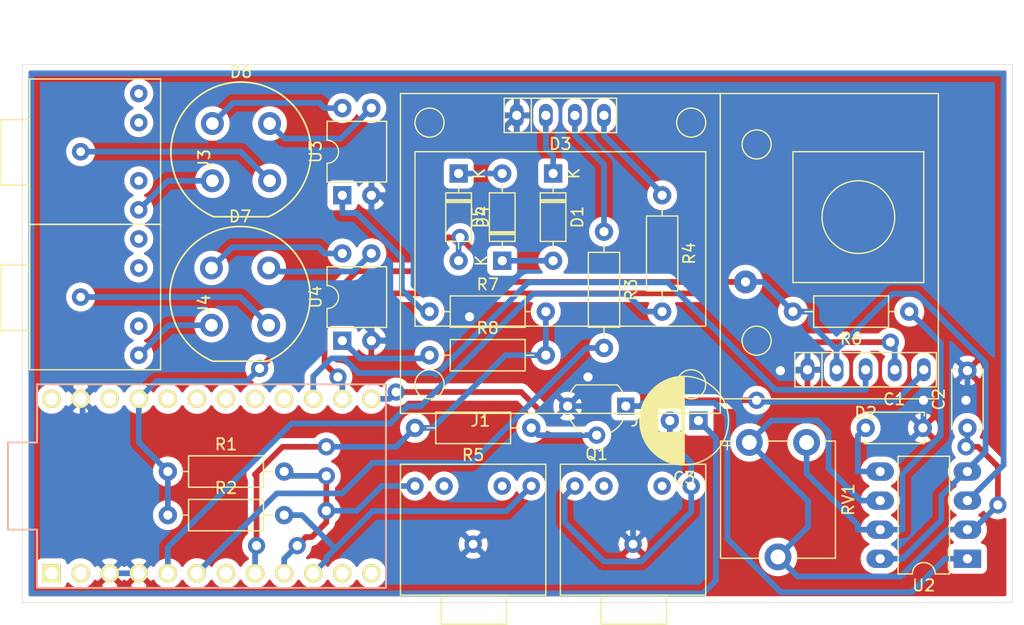
<source format=kicad_pcb>
(kicad_pcb (version 20171130) (host pcbnew 5.1.1-8be2ce7~80~ubuntu18.04.1)
  (layers (0 F.Cu signal) (31 B.Cu signal) (34 B.Paste user) (35 F.Paste user) (36 B.SilkS user) (37 F.SilkS user) (38 B.Mask user) (39 F.Mask user) (44 Edge.Cuts user))
  (net 0 "")
  (net 1 "Net-(D1-Pad1)")
  (net 2 "Net-(D1-Pad2)")
  (net 3 "Net-(D2-Pad3)")
  (net 4 "Net-(D2-Pad4)")
  (net 5 "Net-(D2-Pad5)")
  (net 6 "Net-(D3-Pad3)")
  (net 7 "Net-(D3-Pad4)")
  (net 8 "Net-(J1-PadT)")
  (net 9 "Net-(J1-PadS)")
  (net 10 GND)
  (net 11 "Net-(C1-Pad1)")
  (net 12 "Net-(C2-Pad1)")
  (net 13 +5V)
  (net 14 "Net-(D4-Pad1)")
  (net 15 "Net-(Q1-Pad2)")
  (net 16 "Net-(Q1-Pad1)")
  (net 17 "Net-(R3-Pad2)")
  (net 18 "Net-(R4-Pad2)")
  (net 19 "Net-(R5-Pad2)")
  (net 20 "Net-(R6-Pad1)")
  (net 21 "Net-(D6-Pad3)")
  (net 22 "Net-(D6-Pad4)")
  (net 23 "Net-(D6-Pad2)")
  (net 24 "Net-(D6-Pad1)")
  (net 25 "Net-(D7-Pad3)")
  (net 26 "Net-(D7-Pad4)")
  (net 27 "Net-(D7-Pad2)")
  (net 28 "Net-(D7-Pad1)")
  (net 29 "Net-(R7-Pad1)")
  (net 30 "Net-(R8-Pad1)")
  (net 31 "Net-(C3-Pad1)")
  (net 32 "Net-(C3-Pad2)")
  (module Package_DIP:DIP-8_W7.62mm_LongPads (layer F.Cu) (at 83.185 -4.445 180)
    (fp_text reference U2 (at 3.81 -2.33 180) (layer F.SilkS))
    (fp_text value NE555)
    (pad 1 thru_hole rect (at 0 0 180) (size 2.4 1.6) (drill 0.8) (layers *.Cu *.Mask) (net 16 "Net-(Q1-Pad1)"))
    (pad 5 thru_hole oval (at 7.62 7.62 180) (size 2.4 1.6) (drill 0.8) (layers *.Cu *.Mask) (net 11 "Net-(C1-Pad1)"))
    (pad 2 thru_hole oval (at 0 2.54 180) (size 2.4 1.6) (drill 0.8) (layers *.Cu *.Mask) (net 12 "Net-(C2-Pad1)"))
    (pad 6 thru_hole oval (at 7.62 5.08 180) (size 2.4 1.6) (drill 0.8) (layers *.Cu *.Mask) (net 12 "Net-(C2-Pad1)"))
    (pad 3 thru_hole oval (at 0 5.08 180) (size 2.4 1.6) (drill 0.8) (layers *.Cu *.Mask) (net 31 "Net-(C3-Pad1)"))
    (pad 7 thru_hole oval (at 7.62 2.54 180) (size 2.4 1.6) (drill 0.8) (layers *.Cu *.Mask) (net 20 "Net-(R6-Pad1)"))
    (pad 4 thru_hole oval (at 0 7.62 180) (size 2.4 1.6) (drill 0.8) (layers *.Cu *.Mask) (net 13 +5V))
    (pad 8 thru_hole oval (at 7.62 0 180) (size 2.4 1.6) (drill 0.8) (layers *.Cu *.Mask) (net 13 +5V))
  )
  (module Rotary_Encoder:encoder-KY-040 (layer F.Cu) (at 74.295 -34.925)
    (fp_text reference D2 (at 0 17.74) (layer F.SilkS))
    (fp_text value encoder_KY-040)
    (pad 1 thru_hole oval (at -5.08 13.97) (size 1.2 2) (drill 0.8) (layers *.Cu *.Mask) (net 10 GND))
    (pad 2 thru_hole oval (at -2.54 13.97) (size 1.2 2) (drill 0.8) (layers *.Cu *.Mask) (net 13 +5V))
    (pad 3 thru_hole oval (at 0 13.97) (size 1.2 2) (drill 0.8) (layers *.Cu *.Mask) (net 3 "Net-(D2-Pad3)"))
    (pad 4 thru_hole oval (at 2.54 13.97) (size 1.2 2) (drill 0.8) (layers *.Cu *.Mask) (net 4 "Net-(D2-Pad4)"))
    (pad 5 thru_hole oval (at 5.08 13.97) (size 1.2 2) (drill 0.8) (layers *.Cu *.Mask) (net 5 "Net-(D2-Pad5)"))
  )
  (module promicro:ProMicro (layer F.Cu) (at 17.145 -10.795)
    (fp_text reference U1 hide)
    (fp_text value ProMicro)
    (pad 1 thru_hole rect (at -13.97 7.62) (size 1.6 1.6) (drill 1.1) (layers *.Cu *.Mask F.SilkS))
    (pad 2 thru_hole circle (at -11.43 7.62) (size 1.6 1.6) (drill 1.1) (layers *.Cu *.Mask F.SilkS))
    (pad 3 thru_hole circle (at -8.89 7.62) (size 1.6 1.6) (drill 1.1) (layers *.Cu *.Mask F.SilkS) (net 10 GND))
    (pad 4 thru_hole circle (at -6.35 7.62) (size 1.6 1.6) (drill 1.1) (layers *.Cu *.Mask F.SilkS) (net 10 GND))
    (pad 5 thru_hole circle (at -3.81 7.62) (size 1.6 1.6) (drill 1.1) (layers *.Cu *.Mask F.SilkS) (net 18 "Net-(R4-Pad2)"))
    (pad 6 thru_hole circle (at -1.27 7.62) (size 1.6 1.6) (drill 1.1) (layers *.Cu *.Mask F.SilkS) (net 17 "Net-(R3-Pad2)"))
    (pad 7 thru_hole circle (at 1.27 7.62) (size 1.6 1.6) (drill 1.1) (layers *.Cu *.Mask F.SilkS))
    (pad 8 thru_hole circle (at 3.81 7.62) (size 1.6 1.6) (drill 1.1) (layers *.Cu *.Mask F.SilkS) (net 19 "Net-(R5-Pad2)"))
    (pad 9 thru_hole circle (at 6.35 7.62) (size 1.6 1.6) (drill 1.1) (layers *.Cu *.Mask F.SilkS) (net 9 "Net-(J1-PadS)"))
    (pad 10 thru_hole circle (at 8.89 7.62) (size 1.6 1.6) (drill 1.1) (layers *.Cu *.Mask F.SilkS) (net 8 "Net-(J1-PadT)"))
    (pad 11 thru_hole circle (at 11.43 7.62) (size 1.6 1.6) (drill 1.1) (layers *.Cu *.Mask F.SilkS))
    (pad 12 thru_hole circle (at 13.97 7.62) (size 1.6 1.6) (drill 1.1) (layers *.Cu *.Mask F.SilkS))
    (pad 13 thru_hole circle (at 13.97 -7.62) (size 1.6 1.6) (drill 1.1) (layers *.Cu *.Mask F.SilkS) (net 5 "Net-(D2-Pad5)"))
    (pad 14 thru_hole circle (at 11.43 -7.62) (size 1.6 1.6) (drill 1.1) (layers *.Cu *.Mask F.SilkS) (net 4 "Net-(D2-Pad4)"))
    (pad 15 thru_hole circle (at 8.89 -7.62) (size 1.6 1.6) (drill 1.1) (layers *.Cu *.Mask F.SilkS) (net 3 "Net-(D2-Pad3)"))
    (pad 16 thru_hole circle (at 6.35 -7.62) (size 1.6 1.6) (drill 1.1) (layers *.Cu *.Mask F.SilkS))
    (pad 17 thru_hole circle (at 3.81 -7.62) (size 1.6 1.6) (drill 1.1) (layers *.Cu *.Mask F.SilkS))
    (pad 18 thru_hole circle (at 1.27 -7.62) (size 1.6 1.6) (drill 1.1) (layers *.Cu *.Mask F.SilkS))
    (pad 19 thru_hole circle (at -1.27 -7.62) (size 1.6 1.6) (drill 1.1) (layers *.Cu *.Mask F.SilkS))
    (pad 20 thru_hole circle (at -3.81 -7.62) (size 1.6 1.6) (drill 1.1) (layers *.Cu *.Mask F.SilkS))
    (pad 21 thru_hole circle (at -6.35 -7.62) (size 1.6 1.6) (drill 1.1) (layers *.Cu *.Mask F.SilkS) (net 13 +5V))
    (pad 22 thru_hole circle (at -8.89 -7.62) (size 1.6 1.6) (drill 1.1) (layers *.Cu *.Mask F.SilkS))
    (pad 23 thru_hole circle (at -11.43 -7.62) (size 1.6 1.6) (drill 1.1) (layers *.Cu *.Mask F.SilkS) (net 10 GND))
    (pad 24 thru_hole circle (at -13.97 -7.62) (size 1.6 1.6) (drill 1.1) (layers *.Cu *.Mask F.SilkS))
  )
  (module Package_DIP:DIP-4_W7.62mm (layer F.Cu) (at 28.575 -23.495 90)
    (fp_text reference U4 (at 3.81 -2.33 90) (layer F.SilkS))
    (fp_text value PC817)
    (pad 4 thru_hole oval (at 7.62 0 90) (size 1.6 1.6) (drill 0.8) (layers *.Cu *.Mask) (net 28 "Net-(D7-Pad1)"))
    (pad 2 thru_hole oval (at 0 2.54 90) (size 1.6 1.6) (drill 0.8) (layers *.Cu *.Mask) (net 10 GND))
    (pad 3 thru_hole oval (at 7.62 2.54 90) (size 1.6 1.6) (drill 0.8) (layers *.Cu *.Mask) (net 27 "Net-(D7-Pad2)"))
    (pad 1 thru_hole rect (at 0 0 90) (size 1.6 1.6) (drill 0.8) (layers *.Cu *.Mask) (net 30 "Net-(R8-Pad1)"))
  )
  (module Package_DIP:DIP-4_W7.62mm (layer F.Cu) (at 28.575 -36.195 90)
    (fp_text reference U3 (at 3.81 -2.33 90) (layer F.SilkS))
    (fp_text value PC817)
    (pad 4 thru_hole oval (at 7.62 0 90) (size 1.6 1.6) (drill 0.8) (layers *.Cu *.Mask) (net 24 "Net-(D6-Pad1)"))
    (pad 2 thru_hole oval (at 0 2.54 90) (size 1.6 1.6) (drill 0.8) (layers *.Cu *.Mask) (net 10 GND))
    (pad 3 thru_hole oval (at 7.62 2.54 90) (size 1.6 1.6) (drill 0.8) (layers *.Cu *.Mask) (net 23 "Net-(D6-Pad2)"))
    (pad 1 thru_hole rect (at 0 0 90) (size 1.6 1.6) (drill 0.8) (layers *.Cu *.Mask) (net 29 "Net-(R7-Pad1)"))
  )
  (module Resistor_THT:R_Axial_DIN0207_L6.3mm_D2.5mm_P10.16mm_Horizontal (layer F.Cu) (at 36.195 -22.225)
    (fp_text reference R8 (at 5.08 -2.37) (layer F.SilkS))
    (fp_text value 510)
    (pad 2 thru_hole oval (at 10.16 0) (size 1.6 1.6) (drill 0.8) (layers *.Cu *.Mask) (net 19 "Net-(R5-Pad2)"))
    (pad 1 thru_hole circle (at 0 0) (size 1.6 1.6) (drill 0.8) (layers *.Cu *.Mask) (net 30 "Net-(R8-Pad1)"))
  )
  (module Resistor_THT:R_Axial_DIN0207_L6.3mm_D2.5mm_P10.16mm_Horizontal (layer F.Cu) (at 36.195 -26.035)
    (fp_text reference R7 (at 5.08 -2.37) (layer F.SilkS))
    (fp_text value 510)
    (pad 2 thru_hole oval (at 10.16 0) (size 1.6 1.6) (drill 0.8) (layers *.Cu *.Mask) (net 19 "Net-(R5-Pad2)"))
    (pad 1 thru_hole circle (at 0 0) (size 1.6 1.6) (drill 0.8) (layers *.Cu *.Mask) (net 29 "Net-(R7-Pad1)"))
  )
  (module Connector_Audio:audio-3.5mm-5pin (layer F.Cu) (at 6.985 -27.305 90)
    (fp_text reference J4 (at -0.635 9.525 90) (layer F.SilkS))
    (fp_text value AudioJack2_Ground_Switch)
    (pad G thru_hole circle (at 0 -1.27 90) (size 1.524 1.524) (drill 0.762) (layers *.Cu *.Mask) (net 26 "Net-(D7-Pad4)"))
    (pad S thru_hole circle (at 5.08 3.81 90) (size 1.524 1.524) (drill 0.762) (layers *.Cu *.Mask))
    (pad SN thru_hole circle (at 2.54 3.81 90) (size 1.524 1.524) (drill 0.762) (layers *.Cu *.Mask))
    (pad TN thru_hole circle (at -2.54 3.81 90) (size 1.524 1.524) (drill 0.762) (layers *.Cu *.Mask))
    (pad T thru_hole circle (at -5.08 3.81 90) (size 1.524 1.524) (drill 0.762) (layers *.Cu *.Mask) (net 25 "Net-(D7-Pad3)"))
  )
  (module Connector_Audio:audio-3.5mm-5pin (layer F.Cu) (at 6.985 -40.005 90)
    (fp_text reference J3 (at -0.635 9.525 90) (layer F.SilkS))
    (fp_text value AudioJack2_Ground_Switch)
    (pad G thru_hole circle (at 0 -1.27 90) (size 1.524 1.524) (drill 0.762) (layers *.Cu *.Mask) (net 22 "Net-(D6-Pad4)"))
    (pad S thru_hole circle (at 5.08 3.81 90) (size 1.524 1.524) (drill 0.762) (layers *.Cu *.Mask))
    (pad SN thru_hole circle (at 2.54 3.81 90) (size 1.524 1.524) (drill 0.762) (layers *.Cu *.Mask))
    (pad TN thru_hole circle (at -2.54 3.81 90) (size 1.524 1.524) (drill 0.762) (layers *.Cu *.Mask))
    (pad T thru_hole circle (at -5.08 3.81 90) (size 1.524 1.524) (drill 0.762) (layers *.Cu *.Mask) (net 21 "Net-(D6-Pad3)"))
  )
  (module Connector_Audio:audio-3.5mm-5pin (layer F.Cu) (at 53.975 -6.985 180)
    (fp_text reference J2 (at -0.635 9.525 180) (layer F.SilkS))
    (fp_text value AudioJack2_Ground_Switch)
    (pad G thru_hole circle (at 0 -1.27 180) (size 1.524 1.524) (drill 0.762) (layers *.Cu *.Mask) (net 10 GND))
    (pad S thru_hole circle (at 5.08 3.81 180) (size 1.524 1.524) (drill 0.762) (layers *.Cu *.Mask) (net 32 "Net-(C3-Pad2)"))
    (pad SN thru_hole circle (at 2.54 3.81 180) (size 1.524 1.524) (drill 0.762) (layers *.Cu *.Mask))
    (pad TN thru_hole circle (at -2.54 3.81 180) (size 1.524 1.524) (drill 0.762) (layers *.Cu *.Mask))
    (pad T thru_hole circle (at -5.08 3.81 180) (size 1.524 1.524) (drill 0.762) (layers *.Cu *.Mask) (net 32 "Net-(C3-Pad2)"))
  )
  (module Button_Switch_THT:Push_E-Switch_KS01Q01 (layer F.Cu) (at 17.145 -29.845)
    (fp_text reference D7 (at 2.5 -4.5) (layer F.SilkS))
    (fp_text value D_Bridge_+-AA)
    (pad 3 thru_hole circle (at 0 5) (size 2 2) (drill 1.1) (layers *.Cu *.Mask) (net 25 "Net-(D7-Pad3)"))
    (pad 4 thru_hole circle (at 5 5) (size 2 2) (drill 1.1) (layers *.Cu *.Mask) (net 26 "Net-(D7-Pad4)"))
    (pad 2 thru_hole circle (at 5 0) (size 2 2) (drill 1.1) (layers *.Cu *.Mask) (net 27 "Net-(D7-Pad2)"))
    (pad 1 thru_hole circle (at 0 0) (size 2 2) (drill 1.1) (layers *.Cu *.Mask) (net 28 "Net-(D7-Pad1)"))
  )
  (module Button_Switch_THT:Push_E-Switch_KS01Q01 (layer F.Cu) (at 17.225 -42.465)
    (fp_text reference D6 (at 2.5 -4.5) (layer F.SilkS))
    (fp_text value D_Bridge_+-AA)
    (pad 3 thru_hole circle (at 0 5) (size 2 2) (drill 1.1) (layers *.Cu *.Mask) (net 21 "Net-(D6-Pad3)"))
    (pad 4 thru_hole circle (at 5 5) (size 2 2) (drill 1.1) (layers *.Cu *.Mask) (net 22 "Net-(D6-Pad4)"))
    (pad 2 thru_hole circle (at 5 0) (size 2 2) (drill 1.1) (layers *.Cu *.Mask) (net 23 "Net-(D6-Pad2)"))
    (pad 1 thru_hole circle (at 0 0) (size 2 2) (drill 1.1) (layers *.Cu *.Mask) (net 24 "Net-(D6-Pad1)"))
  )
  (module Connector_Audio:audio-3.5mm-5pin (layer F.Cu) (at 40.005 -6.985 180)
    (fp_text reference J1 (at -0.635 9.525 180) (layer F.SilkS))
    (fp_text value AudioJack2_Ground_Switch)
    (pad T thru_hole circle (at -5.08 3.81 180) (size 1.524 1.524) (drill 0.762) (layers *.Cu *.Mask) (net 8 "Net-(J1-PadT)"))
    (pad TN thru_hole circle (at -2.54 3.81 180) (size 1.524 1.524) (drill 0.762) (layers *.Cu *.Mask))
    (pad SN thru_hole circle (at 2.54 3.81 180) (size 1.524 1.524) (drill 0.762) (layers *.Cu *.Mask))
    (pad S thru_hole circle (at 5.08 3.81 180) (size 1.524 1.524) (drill 0.762) (layers *.Cu *.Mask) (net 9 "Net-(J1-PadS)"))
    (pad G thru_hole circle (at 0 -1.27 180) (size 1.524 1.524) (drill 0.762) (layers *.Cu *.Mask) (net 10 GND))
  )
  (module Potentiometer_THT:Potentiometer_ACP_CA9-V10_Vertical (layer F.Cu) (at 64.135 -14.605 270)
    (fp_text reference RV1 (at 5 -8.65 270) (layer F.SilkS))
    (fp_text value 10k)
    (pad 1 thru_hole circle (at 0 0 270) (size 2.34 2.34) (drill 1.3) (layers *.Cu *.Mask) (net 12 "Net-(C2-Pad1)"))
    (pad 2 thru_hole circle (at 10 -2.5 270) (size 2.34 2.34) (drill 1.3) (layers *.Cu *.Mask) (net 12 "Net-(C2-Pad1)"))
    (pad 3 thru_hole circle (at 0 -5 270) (size 2.34 2.34) (drill 1.3) (layers *.Cu *.Mask) (net 20 "Net-(R6-Pad1)"))
  )
  (module Resistor_THT:R_Axial_DIN0207_L6.3mm_D2.5mm_P10.16mm_Horizontal (layer F.Cu) (at 13.335 -12.065)
    (fp_text reference R1 (at 5.08 -2.37) (layer F.SilkS))
    (fp_text value 4k7)
    (pad 2 thru_hole oval (at 10.16 0) (size 1.6 1.6) (drill 0.8) (layers *.Cu *.Mask) (net 9 "Net-(J1-PadS)"))
    (pad 1 thru_hole circle (at 0 0) (size 1.6 1.6) (drill 0.8) (layers *.Cu *.Mask) (net 13 +5V))
  )
  (module Diode_THT:D_DO-35_SOD27_P7.62mm_Horizontal (layer F.Cu) (at 46.99 -38.1 270)
    (fp_text reference D1 (at 3.81 -2.12 270) (layer F.SilkS))
    (fp_text value 1N4148)
    (fp_text user K (at 0 -1.8 270) (layer F.SilkS))
    (pad 1 thru_hole rect (at 0 0 270) (size 1.6 1.6) (drill 0.8) (layers *.Cu *.Mask) (net 1 "Net-(D1-Pad1)"))
    (pad 2 thru_hole oval (at 7.62 0 270) (size 1.6 1.6) (drill 0.8) (layers *.Cu *.Mask) (net 2 "Net-(D1-Pad2)"))
  )
  (module Display:oled_128x64_i2c_ssd1306 (layer F.Cu) (at 40.005 -29.845)
    (fp_text reference D3 (at 7.62 -10.835) (layer F.SilkS))
    (fp_text value oled_128x64_i2c_ssd1306)
    (pad 1 thru_hole oval (at 3.81 -13.335) (size 1.2 2) (drill 0.8) (layers *.Cu *.Mask) (net 10 GND))
    (pad 2 thru_hole oval (at 6.35 -13.335) (size 1.2 2) (drill 0.8) (layers *.Cu *.Mask) (net 1 "Net-(D1-Pad1)"))
    (pad 3 thru_hole oval (at 8.89 -13.335) (size 1.2 2) (drill 0.8) (layers *.Cu *.Mask) (net 6 "Net-(D3-Pad3)"))
    (pad 4 thru_hole oval (at 11.43 -13.335) (size 1.2 2) (drill 0.8) (layers *.Cu *.Mask) (net 7 "Net-(D3-Pad4)"))
  )
  (module Capacitor_THT:C_Disc_D5.0mm_W2.5mm_P5.00mm (layer F.Cu) (at 74.295 -15.875)
    (fp_text reference C1 (at 2.5 -2.5) (layer F.SilkS))
    (fp_text value 0.01)
    (pad 2 thru_hole circle (at 5 0) (size 1.6 1.6) (drill 0.8) (layers *.Cu *.Mask) (net 10 GND))
    (pad 1 thru_hole circle (at 0 0) (size 1.6 1.6) (drill 0.8) (layers *.Cu *.Mask) (net 11 "Net-(C1-Pad1)"))
  )
  (module Capacitor_THT:C_Disc_D5.0mm_W2.5mm_P5.00mm (layer F.Cu) (at 83.185 -15.875 90)
    (fp_text reference C2 (at 2.5 -2.5 90) (layer F.SilkS))
    (fp_text value 0.1)
    (pad 1 thru_hole circle (at 0 0 90) (size 1.6 1.6) (drill 0.8) (layers *.Cu *.Mask) (net 12 "Net-(C2-Pad1)"))
    (pad 2 thru_hole circle (at 5 0 90) (size 1.6 1.6) (drill 0.8) (layers *.Cu *.Mask) (net 10 GND))
  )
  (module Diode_THT:D_DO-35_SOD27_P7.62mm_Horizontal (layer F.Cu) (at 38.735 -38.1 270)
    (fp_text reference D4 (at 3.81 -2.12 270) (layer F.SilkS))
    (fp_text value 1N4148)
    (fp_text user K (at 0 -1.8 270) (layer F.SilkS))
    (pad 1 thru_hole rect (at 0 0 270) (size 1.6 1.6) (drill 0.8) (layers *.Cu *.Mask) (net 14 "Net-(D4-Pad1)"))
    (pad 2 thru_hole oval (at 7.62 0 270) (size 1.6 1.6) (drill 0.8) (layers *.Cu *.Mask) (net 13 +5V))
  )
  (module Diode_THT:D_DO-35_SOD27_P7.62mm_Horizontal (layer F.Cu) (at 42.545 -30.48 90)
    (fp_text reference D5 (at 3.81 -2.12 90) (layer F.SilkS))
    (fp_text value 1N4148)
    (fp_text user K (at 0 -1.8 90) (layer F.SilkS))
    (pad 2 thru_hole oval (at 7.62 0 90) (size 1.6 1.6) (drill 0.8) (layers *.Cu *.Mask) (net 14 "Net-(D4-Pad1)"))
    (pad 1 thru_hole rect (at 0 0 90) (size 1.6 1.6) (drill 0.8) (layers *.Cu *.Mask) (net 2 "Net-(D1-Pad2)"))
  )
  (module Package_TO_SOT_THT:TO-92_Wide (layer F.Cu) (at 53.34 -17.78 180)
    (fp_text reference Q1 (at 2.55 -4.19 180) (layer F.SilkS))
    (fp_text value BC547)
    (pad 2 thru_hole circle (at 2.54 -2.54 270) (size 1.5 1.5) (drill 0.8) (layers *.Cu *.Mask) (net 15 "Net-(Q1-Pad2)"))
    (pad 3 thru_hole circle (at 5.08 0 270) (size 1.5 1.5) (drill 0.8) (layers *.Cu *.Mask) (net 10 GND))
    (pad 1 thru_hole rect (at 0 0 270) (size 1.5 1.5) (drill 0.8) (layers *.Cu *.Mask) (net 16 "Net-(Q1-Pad1)"))
  )
  (module Resistor_THT:R_Axial_DIN0207_L6.3mm_D2.5mm_P10.16mm_Horizontal (layer F.Cu) (at 13.335 -8.255)
    (fp_text reference R2 (at 5.08 -2.37) (layer F.SilkS))
    (fp_text value 4k7)
    (pad 2 thru_hole oval (at 10.16 0) (size 1.6 1.6) (drill 0.8) (layers *.Cu *.Mask) (net 8 "Net-(J1-PadT)"))
    (pad 1 thru_hole circle (at 0 0) (size 1.6 1.6) (drill 0.8) (layers *.Cu *.Mask) (net 13 +5V))
  )
  (module Resistor_THT:R_Axial_DIN0207_L6.3mm_D2.5mm_P10.16mm_Horizontal (layer F.Cu) (at 51.435 -33.02 270)
    (fp_text reference R3 (at 5.08 -2.37 270) (layer F.SilkS))
    (fp_text value 100)
    (pad 1 thru_hole circle (at 0 0 270) (size 1.6 1.6) (drill 0.8) (layers *.Cu *.Mask) (net 6 "Net-(D3-Pad3)"))
    (pad 2 thru_hole oval (at 10.16 0 270) (size 1.6 1.6) (drill 0.8) (layers *.Cu *.Mask) (net 17 "Net-(R3-Pad2)"))
  )
  (module Resistor_THT:R_Axial_DIN0207_L6.3mm_D2.5mm_P10.16mm_Horizontal (layer F.Cu) (at 56.515 -36.195 270)
    (fp_text reference R4 (at 5.08 -2.37 270) (layer F.SilkS))
    (fp_text value 100)
    (pad 2 thru_hole oval (at 10.16 0 270) (size 1.6 1.6) (drill 0.8) (layers *.Cu *.Mask) (net 18 "Net-(R4-Pad2)"))
    (pad 1 thru_hole circle (at 0 0 270) (size 1.6 1.6) (drill 0.8) (layers *.Cu *.Mask) (net 7 "Net-(D3-Pad4)"))
  )
  (module Resistor_THT:R_Axial_DIN0207_L6.3mm_D2.5mm_P10.16mm_Horizontal (layer F.Cu) (at 45.085 -15.875 180)
    (fp_text reference R5 (at 5.08 -2.37 180) (layer F.SilkS))
    (fp_text value 4k7)
    (pad 1 thru_hole circle (at 0 0 180) (size 1.6 1.6) (drill 0.8) (layers *.Cu *.Mask) (net 15 "Net-(Q1-Pad2)"))
    (pad 2 thru_hole oval (at 10.16 0 180) (size 1.6 1.6) (drill 0.8) (layers *.Cu *.Mask) (net 19 "Net-(R5-Pad2)"))
  )
  (module Resistor_THT:R_Axial_DIN0207_L6.3mm_D2.5mm_P10.16mm_Horizontal (layer F.Cu) (at 78.105 -26.035 180)
    (fp_text reference R6 (at 5.08 -2.37 180) (layer F.SilkS))
    (fp_text value 10k)
    (pad 1 thru_hole circle (at 0 0 180) (size 1.6 1.6) (drill 0.8) (layers *.Cu *.Mask) (net 20 "Net-(R6-Pad1)"))
    (pad 2 thru_hole oval (at 10.16 0 180) (size 1.6 1.6) (drill 0.8) (layers *.Cu *.Mask) (net 13 +5V))
  )
  (module Capacitor_THT:CP_Radial_D7.5mm_P2.50mm (layer F.Cu) (at 59.69 -16.51 180)
    (fp_text reference C3 (at 1.25 -5) (layer F.SilkS))
    (fp_text value CP_Small)
    (pad 1 thru_hole rect (at 0 0 180) (size 1.6 1.6) (drill 0.8) (layers *.Cu *.Mask) (net 31 "Net-(C3-Pad1)"))
    (pad 2 thru_hole circle (at 2.5 0 180) (size 1.6 1.6) (drill 0.8) (layers *.Cu *.Mask) (net 32 "Net-(C3-Pad2)"))
  )
  (gr_line (start 0.635 -0.635) (end 0.635 -47.625) (layer Edge.Cuts) (width 0.05))
  (gr_line (start 87.122 -0.635) (end 0.635 -0.635) (layer Edge.Cuts) (width 0.05))
  (gr_line (start 87.122 -47.625) (end 87.122 -0.635) (layer Edge.Cuts) (width 0.05))
  (gr_line (start 0.635 -47.625) (end 87.122 -47.625) (layer Edge.Cuts) (width 0.05))
  (segment (start 46.99 -38.1) (end 46.99 -39.6503) (width 0.5) (layer B.Cu) (net 1))
  (segment (start 46.355 -43.18) (end 46.355 -40.2853) (width 0.5) (layer B.Cu) (net 1))
  (segment (start 46.355 -40.2853) (end 46.99 -39.6503) (width 0.5) (layer B.Cu) (net 1))
  (segment (start 42.545 -30.48) (end 46.99 -30.48) (width 0.5) (layer B.Cu) (net 2))
  (segment (start 74.295 -19.2047) (end 66.3933 -19.2047) (width 0.5) (layer B.Cu) (net 3))
  (segment (start 74.295 -20.955) (end 74.295 -19.2047) (width 0.5) (layer B.Cu) (net 3))
  (segment (start 66.3933 -19.2047) (end 57.0122 -28.5858) (width 0.5) (layer B.Cu) (net 3))
  (segment (start 57.0122 -28.5858) (end 44.82 -28.5858) (width 0.5) (layer B.Cu) (net 3))
  (segment (start 44.82 -28.5858) (end 36.7433 -20.5091) (width 0.5) (layer B.Cu) (net 3))
  (segment (start 36.577401 -20.674999) (end 36.7433 -20.5091) (width 0.5) (layer B.Cu) (net 3))
  (segment (start 29.980775 -20.674999) (end 36.577401 -20.674999) (width 0.5) (layer B.Cu) (net 3))
  (segment (start 28.710775 -21.944999) (end 29.980775 -20.674999) (width 0.5) (layer B.Cu) (net 3))
  (segment (start 27.598997 -21.944999) (end 28.710775 -21.944999) (width 0.5) (layer B.Cu) (net 3))
  (segment (start 26.035 -18.415) (end 26.035 -20.381002) (width 0.5) (layer B.Cu) (net 3))
  (segment (start 26.035 -20.381002) (end 27.598997 -21.944999) (width 0.5) (layer B.Cu) (net 3))
  (segment (start 27.0195 -24.645) (end 30.0014 -27.6269) (width 0.5) (layer F.Cu) (net 4))
  (segment (start 30.0014 -27.6269) (end 61.8865 -27.6269) (width 0.5) (layer F.Cu) (net 4))
  (segment (start 61.8865 -27.6269) (end 66.8081 -22.7053) (width 0.5) (layer F.Cu) (net 4))
  (via (at 76.454 -23.368) (size 1.5) (drill 0.8) (layers F.Cu B.Cu) (net 4))
  (segment (start 76.835 -20.955) (end 76.835 -22.987) (width 0.5) (layer B.Cu) (net 4))
  (segment (start 76.835 -22.987) (end 76.454 -23.368) (width 0.5) (layer B.Cu) (net 4))
  (segment (start 67.4708 -23.368) (end 66.8081 -22.7053) (width 0.5) (layer F.Cu) (net 4))
  (segment (start 76.454 -23.368) (end 67.4708 -23.368) (width 0.5) (layer F.Cu) (net 4))
  (via (at 28.194 -20.32) (size 1.5) (drill 0.8) (layers F.Cu B.Cu) (net 4))
  (segment (start 28.575 -18.415) (end 28.575 -19.939) (width 0.5) (layer B.Cu) (net 4))
  (segment (start 28.575 -19.939) (end 28.194 -20.32) (width 0.5) (layer B.Cu) (net 4))
  (segment (start 27.024999 -24.639501) (end 27.0195 -24.645) (width 0.5) (layer F.Cu) (net 4))
  (segment (start 27.024999 -21.489001) (end 27.024999 -24.639501) (width 0.5) (layer F.Cu) (net 4))
  (segment (start 28.194 -20.32) (end 27.024999 -21.489001) (width 0.5) (layer F.Cu) (net 4))
  (via (at 64.77 -18.288) (size 1.5) (drill 0.8) (layers F.Cu B.Cu) (net 5))
  (segment (start 79.375 -20.701) (end 79.375 -20.955) (width 0.5) (layer B.Cu) (net 5))
  (segment (start 76.8316 -18.1576) (end 79.375 -20.701) (width 0.5) (layer B.Cu) (net 5))
  (segment (start 64.77 -18.288) (end 64.9004 -18.1576) (width 0.5) (layer B.Cu) (net 5))
  (segment (start 64.9004 -18.1576) (end 76.8316 -18.1576) (width 0.5) (layer B.Cu) (net 5))
  (via (at 33.274 -19.0091) (size 1.5) (drill 0.8) (layers F.Cu B.Cu) (net 5))
  (segment (start 31.115 -18.415) (end 32.6799 -18.415) (width 0.5) (layer B.Cu) (net 5))
  (segment (start 32.6799 -18.415) (end 33.274 -19.0091) (width 0.5) (layer B.Cu) (net 5))
  (segment (start 56.5474 -18.288) (end 64.77 -18.288) (width 0.5) (layer F.Cu) (net 5))
  (segment (start 51.9613 -16.2796) (end 54.4652 -16.2796) (width 0.5) (layer F.Cu) (net 5))
  (segment (start 44.2022 -19.0091) (end 46.9709 -16.2404) (width 0.5) (layer F.Cu) (net 5))
  (segment (start 33.274 -19.0091) (end 44.2022 -19.0091) (width 0.5) (layer F.Cu) (net 5))
  (segment (start 46.9709 -16.2404) (end 49.2604 -16.2404) (width 0.5) (layer F.Cu) (net 5))
  (segment (start 49.2604 -16.2404) (end 49.7604 -16.7404) (width 0.5) (layer F.Cu) (net 5))
  (segment (start 49.7604 -16.7404) (end 51.5005 -16.7404) (width 0.5) (layer F.Cu) (net 5))
  (segment (start 56.5105 -18.3249) (end 56.5474 -18.288) (width 0.5) (layer F.Cu) (net 5))
  (segment (start 54.4652 -16.2796) (end 56.5105 -18.3249) (width 0.5) (layer F.Cu) (net 5))
  (segment (start 51.5005 -16.7404) (end 51.9613 -16.2796) (width 0.5) (layer F.Cu) (net 5))
  (segment (start 48.895 -43.18) (end 48.895 -41.4297) (width 0.5) (layer B.Cu) (net 6))
  (segment (start 51.435 -33.02) (end 51.435 -38.8897) (width 0.5) (layer B.Cu) (net 6))
  (segment (start 51.435 -38.8897) (end 48.895 -41.4297) (width 0.5) (layer B.Cu) (net 6))
  (segment (start 51.435 -43.18) (end 51.435 -41.4297) (width 0.5) (layer B.Cu) (net 7))
  (segment (start 51.435 -41.4297) (end 56.515 -36.3497) (width 0.5) (layer B.Cu) (net 7))
  (segment (start 56.515 -36.3497) (end 56.515 -36.195) (width 0.5) (layer B.Cu) (net 7))
  (segment (start 27.9641 -5.3363) (end 27.1889 -4.5611) (width 0.5) (layer B.Cu) (net 8))
  (segment (start 27.1889 -4.5611) (end 27.1889 -4.3289) (width 0.5) (layer B.Cu) (net 8))
  (segment (start 27.1889 -4.3289) (end 26.035 -3.175) (width 0.5) (layer B.Cu) (net 8))
  (segment (start 45.085 -10.795) (end 42.8988 -8.6088) (width 0.5) (layer B.Cu) (net 8))
  (segment (start 42.8988 -8.6088) (end 31.2366 -8.6088) (width 0.5) (layer B.Cu) (net 8))
  (segment (start 31.2366 -8.6088) (end 27.9641 -5.3363) (width 0.5) (layer B.Cu) (net 8))
  (segment (start 23.495 -8.255) (end 25.0453 -8.255) (width 0.5) (layer B.Cu) (net 8))
  (segment (start 25.0453 -8.255) (end 27.9641 -5.3363) (width 0.5) (layer B.Cu) (net 8))
  (via (at 24.638 -5.588) (size 1.5) (drill 0.8) (layers F.Cu B.Cu) (net 9))
  (segment (start 23.495 -3.175) (end 23.495 -4.445) (width 0.5) (layer B.Cu) (net 9))
  (segment (start 23.495 -4.445) (end 24.638 -5.588) (width 0.5) (layer B.Cu) (net 9))
  (segment (start 25.895999 -6.337999) (end 27.178 -7.62) (width 0.5) (layer F.Cu) (net 9))
  (segment (start 32.008573 -10.795) (end 29.849573 -8.636) (width 0.5) (layer B.Cu) (net 9))
  (segment (start 34.925 -10.795) (end 32.008573 -10.795) (width 0.5) (layer B.Cu) (net 9))
  (via (at 27.178 -8.636) (size 1.5) (drill 0.8) (layers F.Cu B.Cu) (net 9))
  (segment (start 29.849573 -8.636) (end 27.178 -8.636) (width 0.5) (layer B.Cu) (net 9))
  (segment (start 27.178 -8.636) (end 27.178 -11.684) (width 0.5) (layer F.Cu) (net 9))
  (segment (start 27.178 -11.684) (end 23.876 -11.684) (width 0.5) (layer B.Cu) (net 9))
  (segment (start 24.638 -5.588) (end 25.387999 -6.337999) (width 0.5) (layer F.Cu) (net 9))
  (segment (start 27.178 -7.62) (end 27.178 -8.636) (width 0.5) (layer F.Cu) (net 9))
  (via (at 27.178 -11.684) (size 1.5) (drill 0.8) (layers F.Cu B.Cu) (net 9))
  (segment (start 23.876 -11.684) (end 23.495 -12.065) (width 0.5) (layer B.Cu) (net 9))
  (segment (start 25.387999 -6.337999) (end 25.895999 -6.337999) (width 0.5) (layer F.Cu) (net 9))
  (segment (start 5.8888 -18.415) (end 5.8888 -5.5412) (width 0.5) (layer B.Cu) (net 10))
  (segment (start 5.8888 -5.5412) (end 8.255 -3.175) (width 0.5) (layer B.Cu) (net 10))
  (segment (start 5.8888 -18.415) (end 5.715 -18.415) (width 0.5) (layer B.Cu) (net 10))
  (segment (start 31.8902 -23.495) (end 32.6653 -23.495) (width 0.5) (layer B.Cu) (net 10))
  (segment (start 31.115 -23.495) (end 31.8902 -23.495) (width 0.5) (layer B.Cu) (net 10))
  (segment (start 37.7679 -25.3911) (end 36.5068 -24.13) (width 0.5) (layer B.Cu) (net 10))
  (segment (start 36.5068 -24.13) (end 33.3003 -24.13) (width 0.5) (layer B.Cu) (net 10))
  (segment (start 33.3003 -24.13) (end 32.6653 -23.495) (width 0.5) (layer B.Cu) (net 10))
  (segment (start 31.8902 -36.195) (end 34.2277 -33.8575) (width 0.5) (layer B.Cu) (net 10))
  (segment (start 34.2277 -33.8575) (end 37.1846 -33.8575) (width 0.5) (layer B.Cu) (net 10))
  (segment (start 10.795 -3.175) (end 8.255 -3.175) (width 0.5) (layer B.Cu) (net 10))
  (segment (start 31.115 -36.195) (end 31.8902 -36.195) (width 0.5) (layer B.Cu) (net 10))
  (segment (start 53.975 -14.3121) (end 50.038 -18.2491) (width 0.5) (layer B.Cu) (net 10))
  (via (at 39.695439 -25.582561) (size 1.5) (drill 0.8) (layers F.Cu B.Cu) (net 10))
  (segment (start 37.959361 -25.582561) (end 37.7679 -25.3911) (width 0.5) (layer B.Cu) (net 10))
  (segment (start 39.695439 -25.582561) (end 37.959361 -25.582561) (width 0.5) (layer B.Cu) (net 10))
  (segment (start 36.83 -34.2121) (end 37.1846 -33.8575) (width 0.5) (layer B.Cu) (net 10))
  (segment (start 36.83 -36.195) (end 36.83 -34.2121) (width 0.5) (layer B.Cu) (net 10))
  (segment (start 37.259999 -36.624999) (end 36.83 -36.195) (width 0.5) (layer B.Cu) (net 10))
  (segment (start 37.334999 -39.650001) (end 37.184999 -39.500001) (width 0.5) (layer B.Cu) (net 10))
  (segment (start 43.815 -43.18) (end 40.210001 -39.575001) (width 0.5) (layer B.Cu) (net 10))
  (segment (start 40.135001 -39.650001) (end 37.334999 -39.650001) (width 0.5) (layer B.Cu) (net 10))
  (segment (start 37.184999 -39.500001) (end 37.184999 -36.699999) (width 0.5) (layer B.Cu) (net 10))
  (segment (start 40.210001 -39.575001) (end 40.135001 -39.650001) (width 0.5) (layer B.Cu) (net 10))
  (segment (start 37.184999 -36.699999) (end 37.259999 -36.624999) (width 0.5) (layer B.Cu) (net 10))
  (segment (start 8.1741 -20.7003) (end 5.8888 -18.415) (width 0.5) (layer B.Cu) (net 10))
  (segment (start 31.8902 -23.495) (end 30.3398 -25.0454) (width 0.5) (layer B.Cu) (net 10))
  (segment (start 30.3398 -25.0454) (end 25.9956 -25.0454) (width 0.5) (layer B.Cu) (net 10))
  (segment (start 37.7679 -27.0021) (end 37.7679 -25.3911) (width 0.5) (layer B.Cu) (net 10))
  (segment (start 35.814 -28.956) (end 37.7679 -27.0021) (width 0.5) (layer B.Cu) (net 10))
  (segment (start 37.1846 -33.8575) (end 35.814 -32.4869) (width 0.5) (layer B.Cu) (net 10))
  (segment (start 35.814 -32.4869) (end 35.814 -28.956) (width 0.5) (layer B.Cu) (net 10))
  (segment (start 24.045199 -23.094999) (end 25.9956 -25.0454) (width 0.5) (layer B.Cu) (net 10))
  (segment (start 14.060772 -23.094999) (end 24.045199 -23.094999) (width 0.5) (layer B.Cu) (net 10))
  (segment (start 11.666073 -20.7003) (end 14.060772 -23.094999) (width 0.5) (layer B.Cu) (net 10))
  (segment (start 8.1741 -20.7003) (end 11.666073 -20.7003) (width 0.5) (layer B.Cu) (net 10))
  (segment (start 49.5689 -17.78) (end 48.26 -17.78) (width 0.5) (layer B.Cu) (net 10))
  (segment (start 50.038 -18.2491) (end 49.5689 -17.78) (width 0.5) (layer B.Cu) (net 10))
  (via (at 83.058 -18.288) (size 1.5) (drill 0.8) (layers F.Cu B.Cu) (net 10))
  (segment (start 83.185 -20.875) (end 83.185 -18.415) (width 0.5) (layer B.Cu) (net 10))
  (segment (start 83.185 -18.415) (end 83.058 -18.288) (width 0.5) (layer B.Cu) (net 10))
  (via (at 79.3479 -18.288) (size 1.5) (drill 0.8) (layers F.Cu B.Cu) (net 10))
  (segment (start 83.058 -18.288) (end 79.3479 -18.288) (width 0.5) (layer F.Cu) (net 10))
  (segment (start 79.3479 -15.9279) (end 79.295 -15.875) (width 0.5) (layer B.Cu) (net 10))
  (segment (start 79.3479 -18.288) (end 79.3479 -15.9279) (width 0.5) (layer B.Cu) (net 10))
  (segment (start 79.3479 -18.288) (end 69.431322 -18.288) (width 0.5) (layer F.Cu) (net 10))
  (via (at 66.846661 -20.872661) (size 1.5) (drill 0.8) (layers F.Cu B.Cu) (net 10))
  (segment (start 69.431322 -18.288) (end 66.846661 -20.872661) (width 0.5) (layer F.Cu) (net 10))
  (segment (start 69.132661 -20.872661) (end 69.215 -20.955) (width 0.5) (layer B.Cu) (net 10))
  (segment (start 66.846661 -20.872661) (end 69.132661 -20.872661) (width 0.5) (layer B.Cu) (net 10))
  (segment (start 48.181238 -12.319) (end 53.975 -12.319) (width 0.5) (layer B.Cu) (net 10))
  (segment (start 47.382999 -11.520761) (end 48.181238 -12.319) (width 0.5) (layer B.Cu) (net 10))
  (segment (start 43.004761 -6.476999) (end 47.382999 -10.855237) (width 0.5) (layer B.Cu) (net 10))
  (segment (start 40.766999 -6.476999) (end 43.004761 -6.476999) (width 0.5) (layer B.Cu) (net 10))
  (segment (start 40.005 -5.715) (end 40.766999 -6.476999) (width 0.5) (layer B.Cu) (net 10))
  (segment (start 53.975 -14.3121) (end 53.975 -12.319) (width 0.5) (layer B.Cu) (net 10))
  (segment (start 47.382999 -10.855237) (end 47.382999 -11.520761) (width 0.5) (layer B.Cu) (net 10))
  (segment (start 53.975 -12.319) (end 53.975 -5.715) (width 0.5) (layer B.Cu) (net 10))
  (segment (start 48.97734 -20.32) (end 50.038 -20.32) (width 0.5) (layer F.Cu) (net 10))
  (segment (start 66.846661 -20.872661) (end 50.590661 -20.872661) (width 0.5) (layer F.Cu) (net 10))
  (segment (start 45.965998 -20.32) (end 48.97734 -20.32) (width 0.5) (layer F.Cu) (net 10))
  (segment (start 41.4655 -23.8125) (end 42.473498 -23.8125) (width 0.5) (layer F.Cu) (net 10))
  (via (at 50.038 -20.32) (size 1.5) (drill 0.8) (layers F.Cu B.Cu) (net 10))
  (segment (start 50.590661 -20.872661) (end 50.038 -20.32) (width 0.5) (layer F.Cu) (net 10))
  (segment (start 39.695439 -25.582561) (end 41.4655 -23.8125) (width 0.5) (layer F.Cu) (net 10))
  (segment (start 50.038 -18.2491) (end 50.038 -20.32) (width 0.5) (layer B.Cu) (net 10))
  (segment (start 42.473498 -23.8125) (end 45.965998 -20.32) (width 0.5) (layer F.Cu) (net 10))
  (segment (start 75.565 -12.065) (end 73.6147 -12.065) (width 0.5) (layer B.Cu) (net 11))
  (segment (start 73.6147 -12.065) (end 73.6147 -15.1947) (width 0.5) (layer B.Cu) (net 11))
  (segment (start 73.6147 -15.1947) (end 74.295 -15.875) (width 0.5) (layer B.Cu) (net 11))
  (segment (start 69.2639 -9.4761) (end 64.135 -14.605) (width 0.5) (layer B.Cu) (net 12))
  (segment (start 69.2639 -9.4761) (end 69.2639 -7.2339) (width 0.5) (layer B.Cu) (net 12))
  (segment (start 69.2639 -7.2339) (end 66.635 -4.605) (width 0.5) (layer B.Cu) (net 12))
  (segment (start 75.8925 -9.525) (end 75.565 -9.525) (width 0.5) (layer F.Cu) (net 12))
  (segment (start 65.304999 -15.774999) (end 64.135 -14.605) (width 0.5) (layer B.Cu) (net 12))
  (segment (start 70.056601 -16.525001) (end 66.055001 -16.525001) (width 0.5) (layer B.Cu) (net 12))
  (segment (start 71.055001 -15.526601) (end 70.056601 -16.525001) (width 0.5) (layer B.Cu) (net 12))
  (segment (start 71.055001 -12.334999) (end 71.055001 -15.526601) (width 0.5) (layer B.Cu) (net 12))
  (segment (start 73.865 -9.525) (end 71.055001 -12.334999) (width 0.5) (layer B.Cu) (net 12))
  (segment (start 66.055001 -16.525001) (end 65.304999 -15.774999) (width 0.5) (layer B.Cu) (net 12))
  (segment (start 75.565 -9.525) (end 73.865 -9.525) (width 0.5) (layer B.Cu) (net 12))
  (segment (start 77.379516 -2.89499) (end 68.34501 -2.89499) (width 0.5) (layer B.Cu) (net 12))
  (segment (start 67.804999 -3.435001) (end 66.635 -4.605) (width 0.5) (layer B.Cu) (net 12))
  (segment (start 68.34501 -2.89499) (end 67.804999 -3.435001) (width 0.5) (layer B.Cu) (net 12))
  (segment (start 81.469526 -6.985) (end 77.379516 -2.89499) (width 0.5) (layer B.Cu) (net 12))
  (segment (start 83.185 -6.985) (end 81.469526 -6.985) (width 0.5) (layer B.Cu) (net 12))
  (segment (start 83.185 -15.875) (end 83.185 -14.351) (width 0.5) (layer B.Cu) (net 12))
  (via (at 83.058 -14.224) (size 1.5) (drill 0.8) (layers F.Cu B.Cu) (net 12))
  (segment (start 83.185 -14.351) (end 83.058 -14.224) (width 0.5) (layer B.Cu) (net 12))
  (via (at 85.847 -9.144) (size 1.5) (drill 0.8) (layers F.Cu B.Cu) (net 12))
  (segment (start 85.847 -12.49566) (end 85.847 -9.144) (width 0.5) (layer F.Cu) (net 12))
  (segment (start 83.058 -14.224) (end 84.11866 -14.224) (width 0.5) (layer F.Cu) (net 12))
  (segment (start 84.11866 -14.224) (end 85.847 -12.49566) (width 0.5) (layer F.Cu) (net 12))
  (segment (start 83.688 -6.985) (end 83.185 -6.985) (width 0.5) (layer B.Cu) (net 12))
  (segment (start 85.847 -9.144) (end 83.688 -6.985) (width 0.5) (layer B.Cu) (net 12))
  (segment (start 75.565 -4.445) (end 77.5153 -4.445) (width 0.5) (layer B.Cu) (net 13))
  (segment (start 77.5153 -4.445) (end 80.8975 -7.8272) (width 0.5) (layer B.Cu) (net 13))
  (segment (start 80.8975 -7.8272) (end 80.8975 -9.9412) (width 0.5) (layer B.Cu) (net 13))
  (segment (start 80.8975 -9.9412) (end 83.0213 -12.065) (width 0.5) (layer B.Cu) (net 13))
  (segment (start 67.945 -26.035) (end 69.4953 -26.035) (width 0.5) (layer B.Cu) (net 13))
  (segment (start 69.4953 -26.035) (end 69.4953 -24.965) (width 0.5) (layer B.Cu) (net 13))
  (segment (start 69.4953 -24.965) (end 71.755 -22.7053) (width 0.5) (layer B.Cu) (net 13))
  (segment (start 71.755 -20.955) (end 71.755 -22.7053) (width 0.5) (layer B.Cu) (net 13))
  (segment (start 83.0213 -12.065) (end 84.7656 -13.8093) (width 0.5) (layer B.Cu) (net 13))
  (segment (start 84.7656 -13.8093) (end 84.7656 -21.583) (width 0.5) (layer B.Cu) (net 13))
  (segment (start 84.7656 -21.583) (end 78.7632 -27.5854) (width 0.5) (layer B.Cu) (net 13))
  (segment (start 78.7632 -27.5854) (end 76.6351 -27.5854) (width 0.5) (layer B.Cu) (net 13))
  (segment (start 76.6351 -27.5854) (end 71.755 -22.7053) (width 0.5) (layer B.Cu) (net 13))
  (segment (start 83.185 -12.065) (end 83.0213 -12.065) (width 0.5) (layer B.Cu) (net 13))
  (segment (start 63.8024 -28.6273) (end 63.8024 -28.6273) (width 0.5) (layer F.Cu) (net 13))
  (segment (start 13.335 -12.065) (end 10.795 -14.605) (width 0.5) (layer B.Cu) (net 13))
  (segment (start 10.795 -14.605) (end 10.795 -18.415) (width 0.5) (layer B.Cu) (net 13))
  (segment (start 13.335 -8.255) (end 13.335 -12.065) (width 0.5) (layer B.Cu) (net 13))
  (segment (start 63.8024 -28.6273) (end 41.7365 -28.6273) (width 0.5) (layer F.Cu) (net 13))
  (segment (start 65.3527 -28.6273) (end 67.945 -26.035) (width 0.5) (layer B.Cu) (net 13))
  (segment (start 63.8024 -28.6273) (end 63.8024 -28.6273) (width 0.5) (layer B.Cu) (net 13))
  (segment (start 63.8024 -28.6273) (end 65.3527 -28.6273) (width 0.5) (layer B.Cu) (net 13))
  (via (at 63.8024 -28.6273) (size 2) (drill 0.8) (layers F.Cu B.Cu) (net 13))
  (segment (start 36.2694 -29.5647) (end 29.8471 -29.5647) (width 0.5) (layer F.Cu) (net 13))
  (segment (start 38.735 -30.48) (end 38.735 -32.385) (width 0.5) (layer B.Cu) (net 13))
  (via (at 38.862 -32.512) (size 1.5) (drill 0.8) (layers F.Cu B.Cu) (net 13))
  (segment (start 38.735 -32.385) (end 38.862 -32.512) (width 0.5) (layer B.Cu) (net 13))
  (segment (start 36.2694 -30.98006) (end 36.2694 -29.5647) (width 0.5) (layer F.Cu) (net 13))
  (segment (start 37.80134 -32.512) (end 36.2694 -30.98006) (width 0.5) (layer F.Cu) (net 13))
  (segment (start 38.862 -32.512) (end 37.80134 -32.512) (width 0.5) (layer F.Cu) (net 13))
  (segment (start 41.7365 -28.6273) (end 40.386 -29.9778) (width 0.5) (layer F.Cu) (net 13))
  (segment (start 40.386 -30.988) (end 38.862 -32.512) (width 0.5) (layer F.Cu) (net 13))
  (segment (start 40.386 -29.9778) (end 40.386 -30.988) (width 0.5) (layer F.Cu) (net 13))
  (via (at 21.3502 -21.0678) (size 1.5) (drill 0.8) (layers F.Cu B.Cu) (net 13))
  (segment (start 20.247401 -19.965001) (end 21.3502 -21.0678) (width 0.5) (layer B.Cu) (net 13))
  (segment (start 12.345001 -19.965001) (end 20.247401 -19.965001) (width 0.5) (layer B.Cu) (net 13))
  (segment (start 10.795 -18.415) (end 12.345001 -19.965001) (width 0.5) (layer B.Cu) (net 13))
  (segment (start 29.8471 -29.5647) (end 21.3502 -21.0678) (width 0.5) (layer F.Cu) (net 13))
  (segment (start 21.3502 -21.0678) (end 20.995 -20.7126) (width 0.5) (layer F.Cu) (net 13))
  (segment (start 42.545 -38.1) (end 38.735 -38.1) (width 0.5) (layer B.Cu) (net 14))
  (segment (start 45.085 -15.875) (end 45.72 -15.24) (width 0.5) (layer B.Cu) (net 15))
  (segment (start 45.72 -15.24) (end 50.8 -15.24) (width 0.5) (layer B.Cu) (net 15))
  (segment (start 54.59 -17.78) (end 53.34 -17.78) (width 0.5) (layer B.Cu) (net 16))
  (segment (start 54.870001 -18.060001) (end 54.59 -17.78) (width 0.5) (layer B.Cu) (net 16))
  (segment (start 61.090001 -18.060001) (end 54.870001 -18.060001) (width 0.5) (layer B.Cu) (net 16))
  (segment (start 81.2347 -4.445) (end 78.3137 -1.524) (width 0.5) (layer B.Cu) (net 16))
  (segment (start 62.214999 -16.935003) (end 61.090001 -18.060001) (width 0.5) (layer B.Cu) (net 16))
  (segment (start 83.185 -4.445) (end 81.2347 -4.445) (width 0.5) (layer B.Cu) (net 16))
  (segment (start 78.3137 -1.524) (end 66.874398 -1.524) (width 0.5) (layer B.Cu) (net 16))
  (segment (start 62.214999 -6.183399) (end 62.214999 -16.935003) (width 0.5) (layer B.Cu) (net 16))
  (segment (start 66.874398 -1.524) (end 62.214999 -6.183399) (width 0.5) (layer B.Cu) (net 16))
  (segment (start 28.5573 -10.1504) (end 22.8504 -10.1504) (width 0.5) (layer B.Cu) (net 17))
  (segment (start 51.435 -22.86) (end 49.8775 -22.86) (width 0.5) (layer B.Cu) (net 17))
  (segment (start 22.8504 -10.1504) (end 15.875 -3.175) (width 0.5) (layer B.Cu) (net 17))
  (segment (start 31.2427 -12.8358) (end 28.5573 -10.1504) (width 0.5) (layer B.Cu) (net 17))
  (segment (start 49.8775 -22.86) (end 39.8533 -12.8358) (width 0.5) (layer B.Cu) (net 17))
  (segment (start 39.8533 -12.8358) (end 31.2427 -12.8358) (width 0.5) (layer B.Cu) (net 17))
  (segment (start 54.9647 -26.035) (end 56.515 -26.035) (width 0.5) (layer B.Cu) (net 18))
  (segment (start 53.4143 -27.5854) (end 54.9647 -26.035) (width 0.5) (layer B.Cu) (net 18))
  (segment (start 45.2344 -27.5854) (end 53.4143 -27.5854) (width 0.5) (layer B.Cu) (net 18))
  (segment (start 13.335 -3.175) (end 13.335 -5.461) (width 0.5) (layer B.Cu) (net 18))
  (segment (start 13.335 -5.461) (end 24.13 -16.256) (width 0.5) (layer B.Cu) (net 18))
  (segment (start 24.13 -16.256) (end 32.74215 -16.256) (width 0.5) (layer B.Cu) (net 18))
  (segment (start 32.74215 -16.256) (end 34.26615 -17.78) (width 0.5) (layer B.Cu) (net 18))
  (segment (start 34.26615 -17.78) (end 35.429 -17.78) (width 0.5) (layer B.Cu) (net 18))
  (segment (start 35.429 -17.78) (end 45.2344 -27.5854) (width 0.5) (layer B.Cu) (net 18))
  (segment (start 46.355 -22.225) (end 46.355 -24.4847) (width 0.5) (layer B.Cu) (net 19))
  (segment (start 46.355 -26.035) (end 46.355 -24.4847) (width 0.5) (layer B.Cu) (net 19))
  (segment (start 36.4753 -15.875) (end 42.8253 -22.225) (width 0.5) (layer B.Cu) (net 19))
  (segment (start 42.8253 -22.225) (end 46.355 -22.225) (width 0.5) (layer B.Cu) (net 19))
  (segment (start 34.925 -15.875) (end 36.4753 -15.875) (width 0.5) (layer B.Cu) (net 19))
  (via (at 27.178 -14.224) (size 1.5) (drill 0.8) (layers F.Cu B.Cu) (net 19))
  (segment (start 20.955 -11.7633) (end 20.955 -11.819002) (width 0.5) (layer F.Cu) (net 19))
  (segment (start 23.359998 -14.224) (end 27.178 -14.224) (width 0.5) (layer F.Cu) (net 19))
  (segment (start 20.955 -11.819002) (end 23.359998 -14.224) (width 0.5) (layer F.Cu) (net 19))
  (segment (start 33.274 -14.224) (end 34.925 -15.875) (width 0.5) (layer B.Cu) (net 19))
  (segment (start 27.178 -14.224) (end 33.274 -14.224) (width 0.5) (layer B.Cu) (net 19))
  (via (at 21.082 -5.588) (size 1.5) (drill 0.8) (layers F.Cu B.Cu) (net 19))
  (segment (start 20.955 -3.175) (end 20.955 -5.461) (width 0.5) (layer B.Cu) (net 19))
  (segment (start 20.955 -5.461) (end 21.082 -5.588) (width 0.5) (layer B.Cu) (net 19))
  (segment (start 21.082 -11.692002) (end 20.955 -11.819002) (width 0.5) (layer F.Cu) (net 19))
  (segment (start 21.082 -5.588) (end 21.082 -11.692002) (width 0.5) (layer F.Cu) (net 19))
  (segment (start 75.565 -6.985) (end 77.5153 -6.985) (width 0.5) (layer B.Cu) (net 20))
  (segment (start 78.105 -26.035) (end 80.8479 -23.2921) (width 0.5) (layer B.Cu) (net 20))
  (segment (start 80.8479 -23.2921) (end 80.8479 -15.2081) (width 0.5) (layer B.Cu) (net 20))
  (segment (start 80.8479 -15.2081) (end 77.5153 -11.8755) (width 0.5) (layer B.Cu) (net 20))
  (segment (start 77.5153 -11.8755) (end 77.5153 -6.985) (width 0.5) (layer B.Cu) (net 20))
  (segment (start 69.135 -11.891) (end 69.135 -14.605) (width 0.5) (layer B.Cu) (net 20))
  (segment (start 75.565 -6.985) (end 73.6147 -6.985) (width 0.5) (layer B.Cu) (net 20))
  (segment (start 73.6147 -7.4113) (end 69.135 -11.891) (width 0.5) (layer B.Cu) (net 20))
  (segment (start 73.6147 -6.985) (end 73.6147 -7.4113) (width 0.5) (layer B.Cu) (net 20))
  (segment (start 17.225 -37.465) (end 13.335 -37.465) (width 0.5) (layer B.Cu) (net 21))
  (segment (start 13.335 -37.465) (end 10.795 -34.925) (width 0.5) (layer B.Cu) (net 21))
  (segment (start 22.225 -37.465) (end 19.685 -40.005) (width 0.5) (layer B.Cu) (net 22))
  (segment (start 19.685 -40.005) (end 5.715 -40.005) (width 0.5) (layer B.Cu) (net 22))
  (segment (start 28.448 -41.148) (end 31.115 -43.815) (width 0.5) (layer B.Cu) (net 23))
  (segment (start 22.225 -42.465) (end 23.542 -41.148) (width 0.5) (layer B.Cu) (net 23))
  (segment (start 23.542 -41.148) (end 28.448 -41.148) (width 0.5) (layer B.Cu) (net 23))
  (segment (start 28.575 -43.815) (end 27.0247 -43.815) (width 0.5) (layer B.Cu) (net 24))
  (segment (start 26.57 -44.2697) (end 27.0247 -43.815) (width 0.5) (layer B.Cu) (net 24))
  (segment (start 19.0297 -44.2697) (end 26.57 -44.2697) (width 0.5) (layer B.Cu) (net 24))
  (segment (start 17.225 -42.465) (end 19.0297 -44.2697) (width 0.5) (layer B.Cu) (net 24))
  (segment (start 17.145 -24.845) (end 13.415 -24.845) (width 0.5) (layer B.Cu) (net 25))
  (segment (start 13.415 -24.845) (end 10.795 -22.225) (width 0.5) (layer B.Cu) (net 25))
  (segment (start 22.145 -24.845) (end 19.685 -27.305) (width 0.5) (layer B.Cu) (net 26))
  (segment (start 19.685 -27.305) (end 5.715 -27.305) (width 0.5) (layer B.Cu) (net 26))
  (segment (start 22.145 -29.845) (end 22.4557 -29.5343) (width 0.5) (layer B.Cu) (net 27))
  (segment (start 22.4557 -29.5343) (end 29.5343 -29.5343) (width 0.5) (layer B.Cu) (net 27))
  (segment (start 29.5343 -29.5343) (end 31.115 -31.115) (width 0.5) (layer B.Cu) (net 27))
  (segment (start 28.575 -31.115) (end 27.0247 -31.115) (width 0.5) (layer B.Cu) (net 28))
  (segment (start 26.4821 -31.6576) (end 27.0247 -31.115) (width 0.5) (layer B.Cu) (net 28))
  (segment (start 18.9576 -31.6576) (end 26.4821 -31.6576) (width 0.5) (layer B.Cu) (net 28))
  (segment (start 17.145 -29.845) (end 18.9576 -31.6576) (width 0.5) (layer B.Cu) (net 28))
  (segment (start 28.575 -34.6447) (end 28.575 -36.195) (width 0.5) (layer B.Cu) (net 29))
  (segment (start 29.8346 -34.6447) (end 28.575 -34.6447) (width 0.5) (layer B.Cu) (net 29))
  (segment (start 33.782 -30.6973) (end 29.8346 -34.6447) (width 0.5) (layer B.Cu) (net 29))
  (segment (start 33.782 -27.94) (end 33.782 -30.6973) (width 0.5) (layer B.Cu) (net 29))
  (segment (start 36.195 -26.035) (end 35.687 -26.035) (width 0.5) (layer B.Cu) (net 29))
  (segment (start 35.687 -26.035) (end 33.782 -27.94) (width 0.5) (layer B.Cu) (net 29))
  (segment (start 36.195 -22.225) (end 35.9146 -21.9446) (width 0.5) (layer B.Cu) (net 30))
  (segment (start 35.9146 -21.9446) (end 30.1254 -21.9446) (width 0.5) (layer B.Cu) (net 30))
  (segment (start 30.1254 -21.9446) (end 28.575 -23.495) (width 0.5) (layer B.Cu) (net 30))
  (segment (start 1.41001 -46.84999) (end 1.41001 -1.41001) (width 0.5) (layer B.Cu) (net 31))
  (segment (start 1.41001 -1.41001) (end 60.08401 -1.41001) (width 0.5) (layer B.Cu) (net 31))
  (segment (start 83.185 -9.525) (end 83.237045 -9.525) (width 0.5) (layer B.Cu) (net 31))
  (segment (start 60.08401 -1.41001) (end 61.214 -2.54) (width 0.5) (layer B.Cu) (net 31))
  (segment (start 61.214 -2.54) (end 61.214 -14.986) (width 0.5) (layer B.Cu) (net 31))
  (segment (start 86.34699 -46.84999) (end 1.41001 -46.84999) (width 0.5) (layer B.Cu) (net 31))
  (segment (start 86.34699 -12.634945) (end 86.34699 -46.84999) (width 0.5) (layer B.Cu) (net 31))
  (segment (start 83.237045 -9.525) (end 86.34699 -12.634945) (width 0.5) (layer B.Cu) (net 31))
  (segment (start 61.214 -14.986) (end 59.69 -16.51) (width 0.5) (layer B.Cu) (net 31))
  (segment (start 59.055 -10.795) (end 59.055 -12.827) (width 0.5) (layer B.Cu) (net 32))
  (segment (start 57.19 -14.692) (end 57.19 -16.51) (width 0.5) (layer B.Cu) (net 32))
  (segment (start 59.055 -12.827) (end 57.19 -14.692) (width 0.5) (layer B.Cu) (net 32))
  (segment (start 51.423001 -4.202999) (end 48.006 -7.62) (width 0.5) (layer B.Cu) (net 32))
  (segment (start 54.700761 -4.202999) (end 51.423001 -4.202999) (width 0.5) (layer B.Cu) (net 32))
  (segment (start 48.006 -7.62) (end 48.006 -9.906) (width 0.5) (layer B.Cu) (net 32))
  (segment (start 59.055 -10.795) (end 59.055 -8.557238) (width 0.5) (layer B.Cu) (net 32))
  (segment (start 48.006 -9.906) (end 48.895 -10.795) (width 0.5) (layer B.Cu) (net 32))
  (segment (start 59.055 -8.557238) (end 54.700761 -4.202999) (width 0.5) (layer B.Cu) (net 32))
  (zone (net 10) (net_name GND) (layer B.Cu) (connect_pads (clearance 0.508)) (min_thickness 0.254) (fill yes (arc_segments 32) (thermal_gap 0.508) (thermal_bridge_width 0.508))
    (polygon (pts (xy 0.762 -47.752) (xy 88.138 -47.752) (xy 88.138 0) (xy 0.254 0)))
  )
  (zone (net 10) (net_name GND) (layer F.Cu) (connect_pads (clearance 0.508)) (min_thickness 0.254) (fill yes (arc_segments 32) (thermal_gap 0.508) (thermal_bridge_width 0.508))
    (polygon (pts (xy 1.27 -47.752) (xy 87.63 -47.752) (xy 87.63 0) (xy 0.254 0) (xy 0.254 -47.752)))
  )
)
</source>
